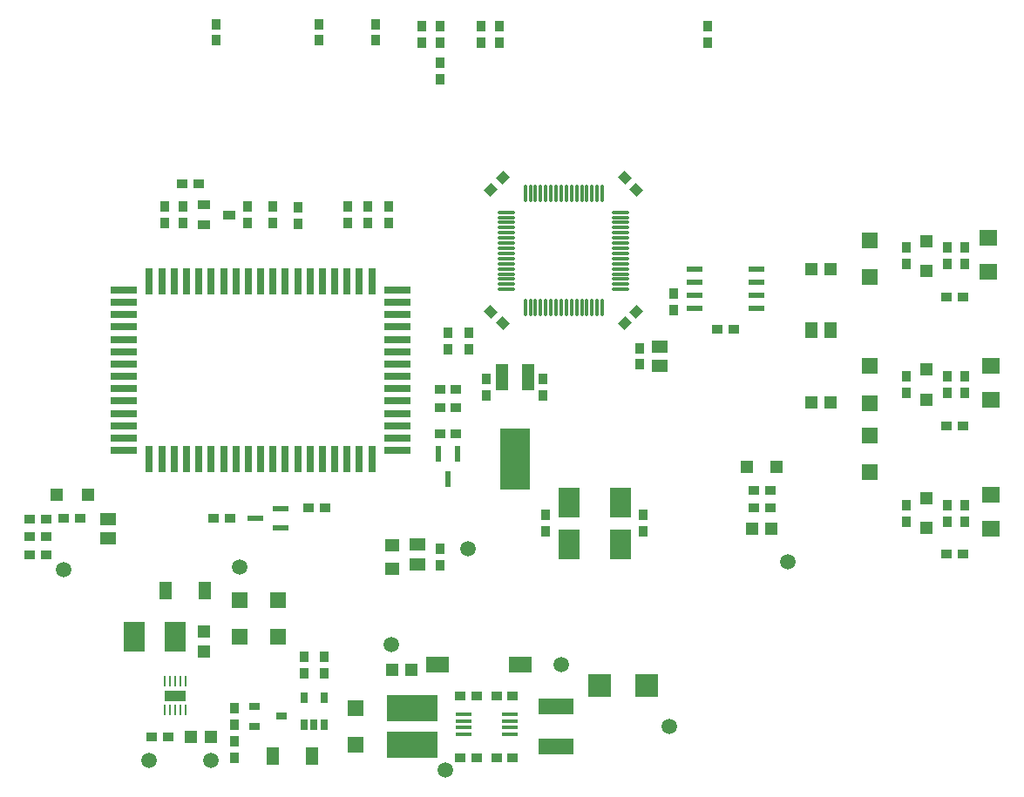
<source format=gtp>
G04 Layer_Color=8421504*
%FSTAX24Y24*%
%MOIN*%
G70*
G01*
G75*
%ADD10R,0.0374X0.0394*%
%ADD11R,0.0512X0.0500*%
%ADD12R,0.0394X0.0374*%
%ADD13R,0.0472X0.0472*%
%ADD14R,0.0512X0.0591*%
%ADD15R,0.0610X0.0591*%
%ADD16R,0.0550X0.0500*%
%ADD17R,0.0591X0.0512*%
%ADD18R,0.0650X0.0600*%
%ADD19C,0.0591*%
%ADD20R,0.0866X0.0610*%
%ADD21R,0.0472X0.0472*%
%ADD22R,0.0900X0.0900*%
%ADD23R,0.1354X0.0598*%
%ADD24R,0.0591X0.0157*%
%ADD25R,0.1929X0.1004*%
%ADD26R,0.0256X0.0394*%
%ADD27R,0.0472X0.0650*%
%ADD28R,0.0098X0.0394*%
%ADD29R,0.0098X0.0394*%
%ADD30R,0.0787X0.0394*%
%ADD31R,0.0394X0.0315*%
%ADD32R,0.0500X0.0512*%
%ADD33R,0.0610X0.0236*%
%ADD34R,0.0787X0.1181*%
%ADD35R,0.0315X0.0984*%
%ADD36R,0.0984X0.0315*%
%ADD37R,0.0472X0.0335*%
G04:AMPARAMS|DCode=38|XSize=37.4mil|YSize=39.4mil|CornerRadius=0mil|HoleSize=0mil|Usage=FLASHONLY|Rotation=45.000|XOffset=0mil|YOffset=0mil|HoleType=Round|Shape=Rectangle|*
%AMROTATEDRECTD38*
4,1,4,0.0007,-0.0271,-0.0271,0.0007,-0.0007,0.0271,0.0271,-0.0007,0.0007,-0.0271,0.0*
%
%ADD38ROTATEDRECTD38*%

G04:AMPARAMS|DCode=39|XSize=37.4mil|YSize=39.4mil|CornerRadius=0mil|HoleSize=0mil|Usage=FLASHONLY|Rotation=315.000|XOffset=0mil|YOffset=0mil|HoleType=Round|Shape=Rectangle|*
%AMROTATEDRECTD39*
4,1,4,-0.0271,-0.0007,0.0007,0.0271,0.0271,0.0007,-0.0007,-0.0271,-0.0271,-0.0007,0.0*
%
%ADD39ROTATEDRECTD39*%

%ADD40O,0.0709X0.0118*%
%ADD41O,0.0118X0.0709*%
%ADD42R,0.0236X0.0610*%
%ADD43R,0.0450X0.0984*%
%ADD44R,0.1181X0.2362*%
%ADD45R,0.0591X0.0197*%
D10*
X256496Y194862D02*
D03*
Y195492D02*
D03*
X255512Y194862D02*
D03*
Y195492D02*
D03*
X260138Y195492D02*
D03*
Y194862D02*
D03*
X25935Y194862D02*
D03*
Y195492D02*
D03*
X260925Y194862D02*
D03*
Y195492D02*
D03*
X25502Y175669D02*
D03*
Y176299D02*
D03*
X262894Y182402D02*
D03*
Y181772D02*
D03*
X282972Y188366D02*
D03*
Y188996D02*
D03*
X282283Y188996D02*
D03*
Y188366D02*
D03*
X280709Y188996D02*
D03*
Y188366D02*
D03*
X282972Y183445D02*
D03*
Y184075D02*
D03*
X282283D02*
D03*
Y183445D02*
D03*
X280709Y184075D02*
D03*
Y183445D02*
D03*
X282972Y193287D02*
D03*
Y193917D02*
D03*
X282283Y193917D02*
D03*
Y193287D02*
D03*
X280709Y193917D02*
D03*
Y193287D02*
D03*
X258465Y177638D02*
D03*
Y178268D02*
D03*
X257677Y177638D02*
D03*
Y178268D02*
D03*
X25502Y17439D02*
D03*
Y17502D02*
D03*
X252362Y194862D02*
D03*
Y195492D02*
D03*
X253051Y194862D02*
D03*
Y195492D02*
D03*
X257441Y194843D02*
D03*
Y195472D02*
D03*
X254331Y20248D02*
D03*
Y20185D02*
D03*
X260433Y20248D02*
D03*
Y20185D02*
D03*
X258268Y20248D02*
D03*
Y20185D02*
D03*
X262205Y202382D02*
D03*
Y201752D02*
D03*
X262894Y201752D02*
D03*
Y202382D02*
D03*
Y200374D02*
D03*
Y201004D02*
D03*
X265157Y201752D02*
D03*
Y202382D02*
D03*
X264468Y201752D02*
D03*
Y202382D02*
D03*
X263189Y190669D02*
D03*
Y190039D02*
D03*
X263976Y190039D02*
D03*
Y190669D02*
D03*
X266929Y183681D02*
D03*
Y183051D02*
D03*
X270669Y183051D02*
D03*
Y183681D02*
D03*
X266831Y188268D02*
D03*
Y188898D02*
D03*
X264665Y188268D02*
D03*
Y188898D02*
D03*
X271811Y191535D02*
D03*
Y192165D02*
D03*
X270512Y189449D02*
D03*
Y190079D02*
D03*
X27313Y201752D02*
D03*
Y202382D02*
D03*
D11*
X274821Y183172D02*
D03*
X275569D02*
D03*
X277084Y187995D02*
D03*
X277833Y187995D02*
D03*
X277084Y193113D02*
D03*
X277833D02*
D03*
X261041Y177759D02*
D03*
X261789D02*
D03*
X253364Y1752D02*
D03*
X254112D02*
D03*
X249409Y184449D02*
D03*
X248228D02*
D03*
D12*
X275512Y183957D02*
D03*
X274882D02*
D03*
X275512Y184646D02*
D03*
X274882Y184646D02*
D03*
X282264Y187106D02*
D03*
X282894D02*
D03*
X282264Y182185D02*
D03*
X282894D02*
D03*
X282264Y192028D02*
D03*
X282894D02*
D03*
X265039Y176772D02*
D03*
X265669D02*
D03*
X263661Y174409D02*
D03*
X264291D02*
D03*
X265039D02*
D03*
X265669D02*
D03*
X263661Y176772D02*
D03*
X264291D02*
D03*
X25248Y175197D02*
D03*
X25185D02*
D03*
X247815Y182165D02*
D03*
X247185D02*
D03*
X247815Y182854D02*
D03*
X247185Y182854D02*
D03*
X247815Y183543D02*
D03*
X247185Y183543D02*
D03*
X249134Y183563D02*
D03*
X248504D02*
D03*
X254843D02*
D03*
X254213D02*
D03*
X258484Y183957D02*
D03*
X257854D02*
D03*
X253031Y196358D02*
D03*
X253661D02*
D03*
X274134Y190787D02*
D03*
X273504D02*
D03*
X262874Y186811D02*
D03*
X263504D02*
D03*
X263504Y187795D02*
D03*
X262874D02*
D03*
X263504Y188484D02*
D03*
X262874D02*
D03*
D13*
X275768Y185532D02*
D03*
X274626Y185532D02*
D03*
D14*
X277084Y190751D02*
D03*
X277833D02*
D03*
D15*
X279331Y194213D02*
D03*
Y192795D02*
D03*
Y185315D02*
D03*
Y186732D02*
D03*
Y18939D02*
D03*
Y187972D02*
D03*
X259646Y176299D02*
D03*
Y174882D02*
D03*
X256693Y179016D02*
D03*
Y180433D02*
D03*
X255217D02*
D03*
Y179016D02*
D03*
D16*
X261044Y182537D02*
D03*
Y181637D02*
D03*
D17*
X262011Y182561D02*
D03*
Y181813D02*
D03*
X2502Y183545D02*
D03*
Y182797D02*
D03*
X271302Y19014D02*
D03*
Y189392D02*
D03*
D18*
X283858Y194312D02*
D03*
Y193012D02*
D03*
X283957Y184469D02*
D03*
X283957Y183169D02*
D03*
Y189391D02*
D03*
Y188091D02*
D03*
D19*
X263086Y173919D02*
D03*
X255212Y181694D02*
D03*
X263972Y182383D02*
D03*
X271654Y175591D02*
D03*
X267515Y177954D02*
D03*
X261019Y178742D02*
D03*
X251767Y174312D02*
D03*
X254129D02*
D03*
X248499Y181596D02*
D03*
X27618Y181885D02*
D03*
D20*
X262795Y177953D02*
D03*
X265945D02*
D03*
D21*
X281496Y189252D02*
D03*
X281496Y18811D02*
D03*
X281496Y184331D02*
D03*
X281496Y183189D02*
D03*
X281496Y194173D02*
D03*
X281496Y193032D02*
D03*
D22*
X270782Y177165D02*
D03*
X268982D02*
D03*
D23*
X267323Y176364D02*
D03*
Y174817D02*
D03*
D24*
X26378Y176063D02*
D03*
Y175807D02*
D03*
Y175551D02*
D03*
X26378Y175295D02*
D03*
X265551Y176063D02*
D03*
Y175807D02*
D03*
Y175551D02*
D03*
Y175295D02*
D03*
D25*
X261811Y176289D02*
D03*
Y174892D02*
D03*
D26*
X258445Y175669D02*
D03*
X258071D02*
D03*
X257697D02*
D03*
X258445Y176693D02*
D03*
X257697D02*
D03*
D27*
X256494Y174449D02*
D03*
X257994D02*
D03*
X2539Y180807D02*
D03*
X2524D02*
D03*
D28*
X252362Y177323D02*
D03*
X252953D02*
D03*
X252559D02*
D03*
Y17622D02*
D03*
X252756D02*
D03*
X252953D02*
D03*
X25315D02*
D03*
X252756Y177323D02*
D03*
X252362Y17622D02*
D03*
D29*
X25315Y177323D02*
D03*
D30*
X252756Y176772D02*
D03*
D31*
X256811Y175984D02*
D03*
X255787Y17561D02*
D03*
Y176358D02*
D03*
D32*
X253841Y179215D02*
D03*
Y178467D02*
D03*
D33*
X255837Y183563D02*
D03*
X256791Y183937D02*
D03*
Y183189D02*
D03*
D34*
X252756Y179035D02*
D03*
X251181D02*
D03*
X269783Y182579D02*
D03*
X269783Y184154D02*
D03*
X267815D02*
D03*
Y182579D02*
D03*
D35*
X260276Y192638D02*
D03*
X259803D02*
D03*
X259331D02*
D03*
X258858D02*
D03*
X258386D02*
D03*
X257913D02*
D03*
X257441D02*
D03*
X256968D02*
D03*
X256496D02*
D03*
X256024D02*
D03*
X255551D02*
D03*
X255079D02*
D03*
X254606D02*
D03*
X254134D02*
D03*
X253661D02*
D03*
X253189D02*
D03*
X252717D02*
D03*
X252244D02*
D03*
X251772D02*
D03*
X256024Y185827D02*
D03*
X251772D02*
D03*
X252244D02*
D03*
X252717D02*
D03*
X253189D02*
D03*
X253661D02*
D03*
X254134D02*
D03*
X254606D02*
D03*
X255079D02*
D03*
X255551D02*
D03*
X256496D02*
D03*
X256968D02*
D03*
X257441D02*
D03*
X257913D02*
D03*
X258386D02*
D03*
X258858D02*
D03*
X259331D02*
D03*
X259803D02*
D03*
X260276D02*
D03*
D36*
X26126Y186161D02*
D03*
Y186634D02*
D03*
Y187106D02*
D03*
Y187579D02*
D03*
Y188051D02*
D03*
Y188524D02*
D03*
Y188996D02*
D03*
Y189468D02*
D03*
Y189941D02*
D03*
Y190413D02*
D03*
Y190886D02*
D03*
Y191358D02*
D03*
Y191831D02*
D03*
Y192303D02*
D03*
X250787D02*
D03*
Y191831D02*
D03*
Y191358D02*
D03*
Y190886D02*
D03*
Y190413D02*
D03*
Y189941D02*
D03*
Y189468D02*
D03*
Y188996D02*
D03*
Y188524D02*
D03*
Y188051D02*
D03*
Y187579D02*
D03*
Y187106D02*
D03*
Y186634D02*
D03*
Y186161D02*
D03*
D37*
X253839Y195551D02*
D03*
X253841Y194807D02*
D03*
X254823Y195177D02*
D03*
D38*
X269954Y196581D02*
D03*
X2704Y196136D02*
D03*
X264836Y191463D02*
D03*
X265282Y191017D02*
D03*
D39*
X265282Y196581D02*
D03*
X264836Y196136D02*
D03*
X2704Y191463D02*
D03*
X269954Y191017D02*
D03*
D40*
X265433Y192323D02*
D03*
Y19252D02*
D03*
Y192717D02*
D03*
Y192913D02*
D03*
Y19311D02*
D03*
Y193307D02*
D03*
X265433Y193504D02*
D03*
Y193701D02*
D03*
X265433Y193898D02*
D03*
Y194094D02*
D03*
Y194291D02*
D03*
Y194488D02*
D03*
Y194685D02*
D03*
X265433Y194882D02*
D03*
Y195079D02*
D03*
X265433Y195276D02*
D03*
X269803Y195276D02*
D03*
Y195079D02*
D03*
Y194882D02*
D03*
Y194685D02*
D03*
Y194488D02*
D03*
Y194291D02*
D03*
Y194094D02*
D03*
Y193898D02*
D03*
Y193701D02*
D03*
Y193504D02*
D03*
Y193307D02*
D03*
X269803Y19311D02*
D03*
Y192913D02*
D03*
X269803Y192717D02*
D03*
Y19252D02*
D03*
Y192323D02*
D03*
D41*
X266142Y195984D02*
D03*
X266339Y195984D02*
D03*
X266535D02*
D03*
X266732Y195984D02*
D03*
X266929D02*
D03*
X267126D02*
D03*
X267323D02*
D03*
X26752D02*
D03*
X267717Y195984D02*
D03*
X267913D02*
D03*
X26811D02*
D03*
X268307Y195984D02*
D03*
X268504D02*
D03*
X268701D02*
D03*
X268898D02*
D03*
X269094D02*
D03*
Y191614D02*
D03*
X268898D02*
D03*
X268701D02*
D03*
X268504Y191614D02*
D03*
X268307D02*
D03*
X26811Y191614D02*
D03*
X267913D02*
D03*
X267717D02*
D03*
X26752D02*
D03*
X267323D02*
D03*
X267126D02*
D03*
X266929D02*
D03*
X266732D02*
D03*
X266535D02*
D03*
X266339D02*
D03*
X266142Y191614D02*
D03*
D42*
X263189Y185069D02*
D03*
X262815Y186024D02*
D03*
X263563D02*
D03*
D43*
X266256Y188976D02*
D03*
X265256D02*
D03*
D44*
X265756Y185827D02*
D03*
D45*
X275Y19161D02*
D03*
X272638Y19211D02*
D03*
Y19311D02*
D03*
X275Y19261D02*
D03*
Y19211D02*
D03*
X272638Y19261D02*
D03*
X275Y19311D02*
D03*
X272638Y19161D02*
D03*
M02*

</source>
